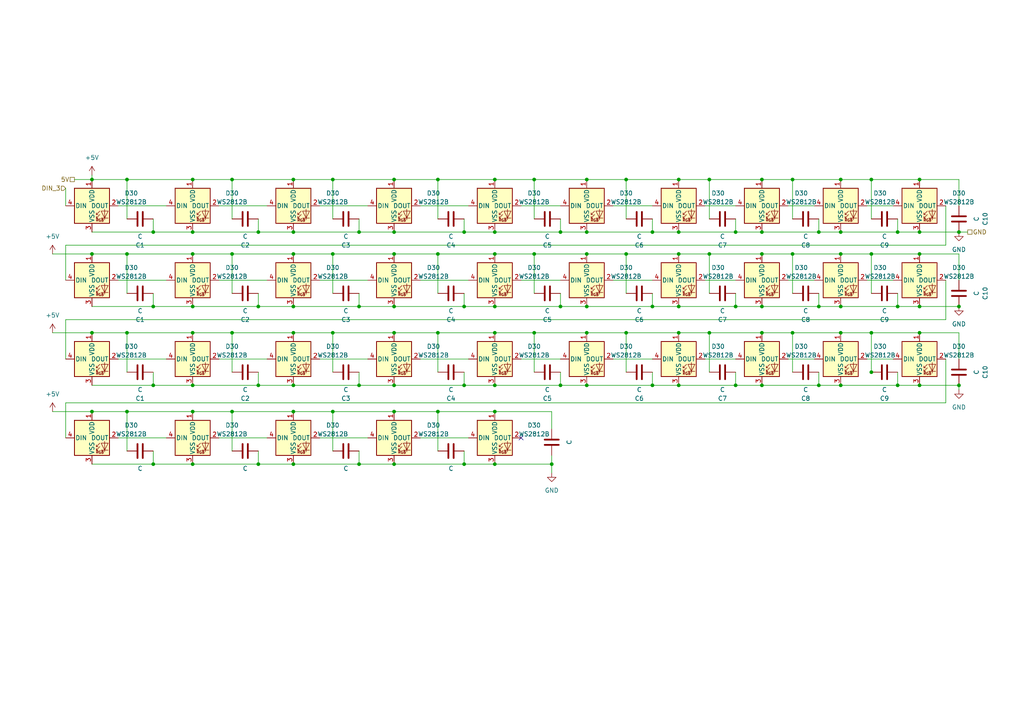
<source format=kicad_sch>
(kicad_sch (version 20230121) (generator eeschema)
  (paper "A4")
  (lib_symbols
    (symbol "Device:C" (pin_numbers hide) (pin_names (offset 0.254))
      (property "Reference" "C" (at 0.635 2.54 0))
      (property "Value" "C" (at 0.635 -2.54 0))
      (symbol "C_0_1"
        (polyline (pts (xy -2.032 -0.762) (xy 2.032 -0.762)) (stroke (width 0.508)))
        (polyline (pts (xy -2.032 0.762) (xy 2.032 0.762)) (stroke (width 0.508)))
      )
      (symbol "C_1_1"
        (pin passive line (at 0 3.81 270) (length 2.794) (name "~") (number "1"))
        (pin passive line (at 0 -3.81 90) (length 2.794) (name "~") (number "2"))
      )
    )
    (symbol "LED:WS2812B" (pin_names (offset 0.254))
      (property "Reference" "D" (at 5.08 5.715 0))
      (property "Value" "WS2812B" (at 1.27 -5.715 0))
      (symbol "WS2812B_0_0"
        (text "RGB" (at 2.286 -4.191 0) (effects (font (size 0.762 0.762))))
      )
      (symbol "WS2812B_0_1"
        (polyline (pts (xy 1.27 -3.556) (xy 1.778 -3.556)))
        (polyline (pts (xy 1.27 -2.54) (xy 1.778 -2.54)))
        (polyline (pts (xy 4.699 -3.556) (xy 2.667 -3.556)))
        (polyline (pts (xy 2.286 -2.54) (xy 1.27 -3.556) (xy 1.27 -3.048)))
        (polyline (pts (xy 2.286 -1.524) (xy 1.27 -2.54) (xy 1.27 -2.032)))
        (polyline (pts (xy 3.683 -1.016) (xy 3.683 -3.556) (xy 3.683 -4.064)))
        (polyline (pts (xy 4.699 -1.524) (xy 2.667 -1.524) (xy 3.683 -3.556) (xy 4.699 -1.524)))
        (rectangle (start 5.08 5.08) (end -5.08 -5.08) (stroke (width 0.254)) (fill (type background)))
      )
      (symbol "WS2812B_1_1"
        (pin power_in line (at 0 7.62 270) (length 2.54) (name "VDD") (number "1"))
        (pin output line (at 7.62 0 180) (length 2.54) (name "DOUT") (number "2"))
        (pin power_in line (at 0 -7.62 90) (length 2.54) (name "VSS") (number "3"))
        (pin input line (at -7.62 0 0) (length 2.54) (name "DIN") (number "4"))
      )
    )
    (symbol "power:+5V" (power) (pin_names (offset 0))
      (property "Value" "+5V" (at 0 3.556 0))
      (symbol "+5V_0_1"
        (polyline (pts (xy -0.762 1.27) (xy 0 2.54)))
        (polyline (pts (xy 0 0) (xy 0 2.54)))
        (polyline (pts (xy 0 2.54) (xy 0.762 1.27)))
      )
      (symbol "+5V_1_1"
        (pin power_in line (at 0 0 90) (length 0) hide (name "+5V") (number "1"))
      )
    )
    (symbol "power:GND" (power) (pin_names (offset 0))
      (property "Value" "GND" (at 0 -3.81 0))
      (symbol "GND_0_1"
        (polyline (pts (xy 0 0) (xy 0 -1.27) (xy 1.27 -1.27) (xy 0 -2.54) (xy -1.27 -1.27) (xy 0 -1.27)))
      )
      (symbol "GND_1_1"
        (pin power_in line (at 0 0 270) (length 0) hide (name "GND") (number "1"))
      )
    )
  )
  (junction (at 266.7 111.76))
  (junction (at 127 96.52))
  (junction (at 143.51 96.52))
  (junction (at 44.45 134.62))
  (junction (at 170.18 52.07))
  (junction (at 213.36 67.31))
  (junction (at 170.18 88.9))
  (junction (at 266.7 52.07))
  (junction (at 44.45 67.31))
  (junction (at 220.98 88.9))
  (junction (at 205.74 52.07))
  (junction (at 127 52.07))
  (junction (at 266.7 96.52))
  (junction (at 154.94 96.52))
  (junction (at 243.84 88.9))
  (junction (at 229.87 73.66))
  (junction (at 104.14 88.9))
  (junction (at 36.83 52.07))
  (junction (at 266.7 73.66))
  (junction (at 104.14 67.31))
  (junction (at 143.51 67.31))
  (junction (at 85.09 134.62))
  (junction (at 143.51 119.38))
  (junction (at 170.18 96.52))
  (junction (at 85.09 111.76))
  (junction (at 196.85 73.66))
  (junction (at 85.09 52.07))
  (junction (at 143.51 73.66))
  (junction (at 252.73 52.07))
  (junction (at 127 73.66))
  (junction (at 55.88 96.52))
  (junction (at 266.7 67.31))
  (junction (at 114.3 67.31))
  (junction (at 114.3 134.62))
  (junction (at 196.85 111.76))
  (junction (at 114.3 96.52))
  (junction (at 196.85 96.52))
  (junction (at 67.31 96.52))
  (junction (at 260.35 67.31))
  (junction (at 196.85 67.31))
  (junction (at 143.51 134.62))
  (junction (at 243.84 67.31))
  (junction (at 55.88 111.76))
  (junction (at 143.51 88.9))
  (junction (at 104.14 111.76))
  (junction (at 237.49 67.31))
  (junction (at 196.85 88.9))
  (junction (at 104.14 134.62))
  (junction (at 85.09 73.66))
  (junction (at 252.73 96.52))
  (junction (at 55.88 52.07))
  (junction (at 74.93 88.9))
  (junction (at 134.62 67.31))
  (junction (at 114.3 52.07))
  (junction (at 114.3 119.38))
  (junction (at 189.23 111.76))
  (junction (at 237.49 111.76))
  (junction (at 243.84 96.52))
  (junction (at 96.52 73.66))
  (junction (at 55.88 88.9))
  (junction (at 220.98 111.76))
  (junction (at 181.61 73.66))
  (junction (at 96.52 96.52))
  (junction (at 220.98 67.31))
  (junction (at 243.84 111.76))
  (junction (at 134.62 111.76))
  (junction (at 36.83 119.38))
  (junction (at 114.3 88.9))
  (junction (at 134.62 134.62))
  (junction (at 213.36 111.76))
  (junction (at 85.09 88.9))
  (junction (at 160.02 134.62))
  (junction (at 143.51 111.76))
  (junction (at 114.3 111.76))
  (junction (at 205.74 73.66))
  (junction (at 162.56 67.31))
  (junction (at 67.31 73.66))
  (junction (at 220.98 96.52))
  (junction (at 260.35 111.76))
  (junction (at 26.67 52.07))
  (junction (at 36.83 73.66))
  (junction (at 85.09 119.38))
  (junction (at 278.13 111.76))
  (junction (at 154.94 73.66))
  (junction (at 26.67 96.52))
  (junction (at 170.18 111.76))
  (junction (at 162.56 88.9))
  (junction (at 252.73 73.66))
  (junction (at 127 119.38))
  (junction (at 243.84 73.66))
  (junction (at 266.7 88.9))
  (junction (at 162.56 111.76))
  (junction (at 213.36 88.9))
  (junction (at 260.35 88.9))
  (junction (at 44.45 88.9))
  (junction (at 181.61 96.52))
  (junction (at 229.87 52.07))
  (junction (at 114.3 73.66))
  (junction (at 189.23 88.9))
  (junction (at 67.31 119.38))
  (junction (at 85.09 67.31))
  (junction (at 154.94 52.07))
  (junction (at 96.52 52.07))
  (junction (at 252.73 107.95))
  (junction (at 205.74 96.52))
  (junction (at 96.52 119.38))
  (junction (at 170.18 67.31))
  (junction (at 44.45 111.76))
  (junction (at 134.62 88.9))
  (junction (at 67.31 52.07))
  (junction (at 85.09 96.52))
  (junction (at 189.23 67.31))
  (junction (at 55.88 134.62))
  (junction (at 243.84 52.07))
  (junction (at 278.13 67.31))
  (junction (at 74.93 67.31))
  (junction (at 55.88 67.31))
  (junction (at 143.51 52.07))
  (junction (at 220.98 52.07))
  (junction (at 26.67 73.66))
  (junction (at 278.13 88.9))
  (junction (at 55.88 119.38))
  (junction (at 74.93 134.62))
  (junction (at 74.93 111.76))
  (junction (at 26.67 119.38))
  (junction (at 170.18 73.66))
  (junction (at 36.83 96.52))
  (junction (at 181.61 52.07))
  (junction (at 55.88 73.66))
  (junction (at 220.98 73.66))
  (junction (at 196.85 52.07))
  (junction (at 229.87 96.52))
  (junction (at 237.49 88.9))
  (no_connect (at 151.13 127))
  (wire (pts (xy 127 107.95) (xy 127 96.52)))
  (wire (pts (xy 213.36 85.09) (xy 213.36 88.9)))
  (wire (pts (xy 196.85 111.76) (xy 213.36 111.76)))
  (wire (pts (xy 36.83 107.95) (xy 36.83 96.52)))
  (wire (pts (xy 252.73 107.95) (xy 252.73 96.52)))
  (wire (pts (xy 36.83 73.66) (xy 55.88 73.66)))
  (wire (pts (xy 74.93 107.95) (xy 74.93 111.76)))
  (wire (pts (xy 96.52 73.66) (xy 96.52 85.09)))
  (wire (pts (xy 278.13 104.14) (xy 278.13 96.52)))
  (wire (pts (xy 114.3 67.31) (xy 134.62 67.31)))
  (wire (pts (xy 229.87 52.07) (xy 243.84 52.07)))
  (wire (pts (xy 252.73 73.66) (xy 266.7 73.66)))
  (wire (pts (xy 177.8 81.28) (xy 189.23 81.28)))
  (wire (pts (xy 252.73 63.5) (xy 252.73 52.07)))
  (wire (pts (xy 104.14 88.9) (xy 114.3 88.9)))
  (wire (pts (xy 162.56 85.09) (xy 162.56 88.9)))
  (wire (pts (xy 85.09 111.76) (xy 104.14 111.76)))
  (wire (pts (xy 213.36 111.76) (xy 220.98 111.76)))
  (wire (pts (xy 36.83 119.38) (xy 36.83 130.81)))
  (wire (pts (xy 36.83 119.38) (xy 55.88 119.38)))
  (wire (pts (xy 26.67 96.52) (xy 36.83 96.52)))
  (wire (pts (xy 228.6 81.28) (xy 236.22 81.28)))
  (wire (pts (xy 15.24 119.38) (xy 26.67 119.38)))
  (wire (pts (xy 266.7 88.9) (xy 278.13 88.9)))
  (wire (pts (xy 205.74 52.07) (xy 220.98 52.07)))
  (wire (pts (xy 154.94 73.66) (xy 170.18 73.66)))
  (wire (pts (xy 134.62 85.09) (xy 134.62 88.9)))
  (wire (pts (xy 15.24 96.52) (xy 26.67 96.52)))
  (wire (pts (xy 154.94 52.07) (xy 154.94 63.5)))
  (wire (pts (xy 160.02 132.08) (xy 160.02 134.62)))
  (wire (pts (xy 204.47 59.69) (xy 213.36 59.69)))
  (wire (pts (xy 74.93 63.5) (xy 74.93 67.31)))
  (wire (pts (xy 181.61 73.66) (xy 181.61 85.09)))
  (wire (pts (xy 251.46 59.69) (xy 259.08 59.69)))
  (wire (pts (xy 34.29 81.28) (xy 48.26 81.28)))
  (wire (pts (xy 96.52 119.38) (xy 96.52 130.81)))
  (wire (pts (xy 266.7 67.31) (xy 278.13 67.31)))
  (wire (pts (xy 220.98 96.52) (xy 229.87 96.52)))
  (wire (pts (xy 220.98 52.07) (xy 229.87 52.07)))
  (wire (pts (xy 114.3 119.38) (xy 127 119.38)))
  (wire (pts (xy 143.51 88.9) (xy 162.56 88.9)))
  (wire (pts (xy 44.45 63.5) (xy 44.45 67.31)))
  (wire (pts (xy 134.62 111.76) (xy 143.51 111.76)))
  (wire (pts (xy 55.88 73.66) (xy 67.31 73.66)))
  (wire (pts (xy 254 107.95) (xy 252.73 107.95)))
  (wire (pts (xy 162.56 111.76) (xy 170.18 111.76)))
  (wire (pts (xy 15.24 73.66) (xy 26.67 73.66)))
  (wire (pts (xy 92.71 81.28) (xy 106.68 81.28)))
  (wire (pts (xy 96.52 107.95) (xy 96.52 96.52)))
  (wire (pts (xy 121.92 81.28) (xy 135.89 81.28)))
  (wire (pts (xy 44.45 85.09) (xy 44.45 88.9)))
  (wire (pts (xy 229.87 52.07) (xy 229.87 63.5)))
  (wire (pts (xy 205.74 107.95) (xy 205.74 96.52)))
  (wire (pts (xy 154.94 96.52) (xy 154.94 107.95)))
  (wire (pts (xy 266.7 52.07) (xy 278.13 52.07)))
  (wire (pts (xy 26.67 111.76) (xy 44.45 111.76)))
  (wire (pts (xy 26.67 73.66) (xy 36.83 73.66)))
  (wire (pts (xy 243.84 96.52) (xy 252.73 96.52)))
  (wire (pts (xy 260.35 107.95) (xy 260.35 111.76)))
  (wire (pts (xy 96.52 73.66) (xy 114.3 73.66)))
  (wire (pts (xy 205.74 96.52) (xy 220.98 96.52)))
  (wire (pts (xy 181.61 52.07) (xy 181.61 63.5)))
  (wire (pts (xy 162.56 88.9) (xy 170.18 88.9)))
  (wire (pts (xy 114.3 73.66) (xy 127 73.66)))
  (wire (pts (xy 278.13 67.31) (xy 280.67 67.31)))
  (wire (pts (xy 177.8 104.14) (xy 189.23 104.14)))
  (wire (pts (xy 143.51 52.07) (xy 154.94 52.07)))
  (wire (pts (xy 96.52 52.07) (xy 114.3 52.07)))
  (wire (pts (xy 251.46 104.14) (xy 259.08 104.14)))
  (wire (pts (xy 85.09 52.07) (xy 96.52 52.07)))
  (wire (pts (xy 74.93 111.76) (xy 85.09 111.76)))
  (wire (pts (xy 85.09 73.66) (xy 96.52 73.66)))
  (wire (pts (xy 274.32 71.12) (xy 19.05 71.12)))
  (wire (pts (xy 85.09 134.62) (xy 104.14 134.62)))
  (wire (pts (xy 74.93 67.31) (xy 85.09 67.31)))
  (wire (pts (xy 26.67 67.31) (xy 44.45 67.31)))
  (wire (pts (xy 67.31 73.66) (xy 85.09 73.66)))
  (wire (pts (xy 189.23 85.09) (xy 189.23 88.9)))
  (wire (pts (xy 170.18 52.07) (xy 181.61 52.07)))
  (wire (pts (xy 251.46 81.28) (xy 259.08 81.28)))
  (wire (pts (xy 196.85 52.07) (xy 205.74 52.07)))
  (wire (pts (xy 243.84 67.31) (xy 260.35 67.31)))
  (wire (pts (xy 181.61 96.52) (xy 196.85 96.52)))
  (wire (pts (xy 44.45 130.81) (xy 44.45 134.62)))
  (wire (pts (xy 21.59 52.07) (xy 26.67 52.07)))
  (wire (pts (xy 67.31 119.38) (xy 85.09 119.38)))
  (wire (pts (xy 55.88 67.31) (xy 74.93 67.31)))
  (wire (pts (xy 127 119.38) (xy 143.51 119.38)))
  (wire (pts (xy 36.83 96.52) (xy 55.88 96.52)))
  (wire (pts (xy 170.18 88.9) (xy 189.23 88.9)))
  (wire (pts (xy 127 96.52) (xy 143.51 96.52)))
  (wire (pts (xy 204.47 81.28) (xy 213.36 81.28)))
  (wire (pts (xy 55.88 111.76) (xy 74.93 111.76)))
  (wire (pts (xy 127 119.38) (xy 127 130.81)))
  (wire (pts (xy 260.35 85.09) (xy 260.35 88.9)))
  (wire (pts (xy 67.31 119.38) (xy 67.31 130.81)))
  (wire (pts (xy 67.31 85.09) (xy 67.31 73.66)))
  (wire (pts (xy 26.67 88.9) (xy 44.45 88.9)))
  (wire (pts (xy 196.85 96.52) (xy 205.74 96.52)))
  (wire (pts (xy 266.7 73.66) (xy 278.13 73.66)))
  (wire (pts (xy 196.85 73.66) (xy 205.74 73.66)))
  (wire (pts (xy 154.94 73.66) (xy 154.94 85.09)))
  (wire (pts (xy 237.49 88.9) (xy 243.84 88.9)))
  (wire (pts (xy 243.84 52.07) (xy 252.73 52.07)))
  (wire (pts (xy 205.74 73.66) (xy 205.74 85.09)))
  (wire (pts (xy 252.73 52.07) (xy 266.7 52.07)))
  (wire (pts (xy 229.87 96.52) (xy 229.87 107.95)))
  (wire (pts (xy 229.87 96.52) (xy 243.84 96.52)))
  (wire (pts (xy 134.62 130.81) (xy 134.62 134.62)))
  (wire (pts (xy 127 73.66) (xy 143.51 73.66)))
  (wire (pts (xy 85.09 96.52) (xy 96.52 96.52)))
  (wire (pts (xy 252.73 96.52) (xy 266.7 96.52)))
  (wire (pts (xy 63.5 127) (xy 77.47 127)))
  (wire (pts (xy 134.62 67.31) (xy 143.51 67.31)))
  (wire (pts (xy 243.84 111.76) (xy 260.35 111.76)))
  (wire (pts (xy 44.45 67.31) (xy 55.88 67.31)))
  (wire (pts (xy 34.29 104.14) (xy 48.26 104.14)))
  (wire (pts (xy 114.3 96.52) (xy 127 96.52)))
  (wire (pts (xy 274.32 92.71) (xy 19.05 92.71)))
  (wire (pts (xy 134.62 88.9) (xy 143.51 88.9)))
  (wire (pts (xy 228.6 59.69) (xy 236.22 59.69)))
  (wire (pts (xy 134.62 134.62) (xy 143.51 134.62)))
  (wire (pts (xy 189.23 63.5) (xy 189.23 67.31)))
  (wire (pts (xy 220.98 73.66) (xy 229.87 73.66)))
  (wire (pts (xy 34.29 59.69) (xy 48.26 59.69)))
  (wire (pts (xy 63.5 59.69) (xy 77.47 59.69)))
  (wire (pts (xy 260.35 63.5) (xy 260.35 67.31)))
  (wire (pts (xy 220.98 67.31) (xy 237.49 67.31)))
  (wire (pts (xy 151.13 59.69) (xy 162.56 59.69)))
  (wire (pts (xy 114.3 88.9) (xy 134.62 88.9)))
  (wire (pts (xy 44.45 107.95) (xy 44.45 111.76)))
  (wire (pts (xy 67.31 96.52) (xy 67.31 107.95)))
  (wire (pts (xy 213.36 88.9) (xy 220.98 88.9)))
  (wire (pts (xy 143.51 119.38) (xy 160.02 119.38)))
  (wire (pts (xy 127 73.66) (xy 127 85.09)))
  (wire (pts (xy 104.14 85.09) (xy 104.14 88.9)))
  (wire (pts (xy 104.14 130.81) (xy 104.14 134.62)))
  (wire (pts (xy 213.36 107.95) (xy 213.36 111.76)))
  (wire (pts (xy 143.51 111.76) (xy 162.56 111.76)))
  (wire (pts (xy 189.23 67.31) (xy 196.85 67.31)))
  (wire (pts (xy 181.61 73.66) (xy 196.85 73.66)))
  (wire (pts (xy 274.32 59.69) (xy 274.32 71.12)))
  (wire (pts (xy 92.71 127) (xy 106.68 127)))
  (wire (pts (xy 55.88 88.9) (xy 74.93 88.9)))
  (wire (pts (xy 237.49 63.5) (xy 237.49 67.31)))
  (wire (pts (xy 67.31 63.5) (xy 67.31 52.07)))
  (wire (pts (xy 220.98 111.76) (xy 237.49 111.76)))
  (wire (pts (xy 143.51 73.66) (xy 154.94 73.66)))
  (wire (pts (xy 274.32 116.84) (xy 19.05 116.84)))
  (wire (pts (xy 114.3 134.62) (xy 134.62 134.62)))
  (wire (pts (xy 26.67 50.8) (xy 26.67 52.07)))
  (wire (pts (xy 55.88 52.07) (xy 67.31 52.07)))
  (wire (pts (xy 19.05 116.84) (xy 19.05 127)))
  (wire (pts (xy 114.3 52.07) (xy 127 52.07)))
  (wire (pts (xy 260.35 88.9) (xy 266.7 88.9)))
  (wire (pts (xy 274.32 104.14) (xy 274.32 116.84)))
  (wire (pts (xy 243.84 73.66) (xy 252.73 73.66)))
  (wire (pts (xy 278.13 52.07) (xy 278.13 59.69)))
  (wire (pts (xy 162.56 67.31) (xy 170.18 67.31)))
  (wire (pts (xy 96.52 63.5) (xy 96.52 52.07)))
  (wire (pts (xy 19.05 54.61) (xy 19.05 59.69)))
  (wire (pts (xy 266.7 111.76) (xy 278.13 111.76)))
  (wire (pts (xy 104.14 134.62) (xy 114.3 134.62)))
  (wire (pts (xy 260.35 111.76) (xy 266.7 111.76)))
  (wire (pts (xy 278.13 81.28) (xy 278.13 73.66)))
  (wire (pts (xy 181.61 107.95) (xy 181.61 96.52)))
  (wire (pts (xy 189.23 111.76) (xy 196.85 111.76)))
  (wire (pts (xy 252.73 73.66) (xy 252.73 85.09)))
  (wire (pts (xy 34.29 127) (xy 48.26 127)))
  (wire (pts (xy 154.94 52.07) (xy 170.18 52.07)))
  (wire (pts (xy 229.87 73.66) (xy 229.87 85.09)))
  (wire (pts (xy 74.93 85.09) (xy 74.93 88.9)))
  (wire (pts (xy 189.23 88.9) (xy 196.85 88.9)))
  (wire (pts (xy 205.74 52.07) (xy 205.74 63.5)))
  (wire (pts (xy 266.7 96.52) (xy 278.13 96.52)))
  (wire (pts (xy 196.85 88.9) (xy 213.36 88.9)))
  (wire (pts (xy 151.13 104.14) (xy 162.56 104.14)))
  (wire (pts (xy 55.88 96.52) (xy 67.31 96.52)))
  (wire (pts (xy 19.05 71.12) (xy 19.05 81.28)))
  (wire (pts (xy 204.47 104.14) (xy 213.36 104.14)))
  (wire (pts (xy 170.18 67.31) (xy 189.23 67.31)))
  (wire (pts (xy 36.83 73.66) (xy 36.83 85.09)))
  (wire (pts (xy 63.5 104.14) (xy 77.47 104.14)))
  (wire (pts (xy 74.93 88.9) (xy 85.09 88.9)))
  (wire (pts (xy 162.56 107.95) (xy 162.56 111.76)))
  (wire (pts (xy 55.88 119.38) (xy 67.31 119.38)))
  (wire (pts (xy 170.18 111.76) (xy 189.23 111.76)))
  (wire (pts (xy 74.93 134.62) (xy 85.09 134.62)))
  (wire (pts (xy 63.5 81.28) (xy 77.47 81.28)))
  (wire (pts (xy 260.35 67.31) (xy 266.7 67.31)))
  (wire (pts (xy 143.51 96.52) (xy 154.94 96.52)))
  (wire (pts (xy 104.14 67.31) (xy 114.3 67.31)))
  (wire (pts (xy 205.74 73.66) (xy 220.98 73.66)))
  (wire (pts (xy 26.67 134.62) (xy 44.45 134.62)))
  (wire (pts (xy 104.14 107.95) (xy 104.14 111.76)))
  (wire (pts (xy 189.23 107.95) (xy 189.23 111.76)))
  (wire (pts (xy 85.09 67.31) (xy 104.14 67.31)))
  (wire (pts (xy 177.8 59.69) (xy 189.23 59.69)))
  (wire (pts (xy 92.71 104.14) (xy 106.68 104.14)))
  (wire (pts (xy 170.18 73.66) (xy 181.61 73.66)))
  (wire (pts (xy 44.45 111.76) (xy 55.88 111.76)))
  (wire (pts (xy 96.52 96.52) (xy 114.3 96.52)))
  (wire (pts (xy 213.36 67.31) (xy 220.98 67.31)))
  (wire (pts (xy 96.52 119.38) (xy 114.3 119.38)))
  (wire (pts (xy 134.62 63.5) (xy 134.62 67.31)))
  (wire (pts (xy 36.83 63.5) (xy 36.83 52.07)))
  (wire (pts (xy 243.84 88.9) (xy 260.35 88.9)))
  (wire (pts (xy 228.6 104.14) (xy 236.22 104.14)))
  (wire (pts (xy 237.49 111.76) (xy 243.84 111.76)))
  (wire (pts (xy 160.02 124.46) (xy 160.02 119.38)))
  (wire (pts (xy 170.18 96.52) (xy 181.61 96.52)))
  (wire (pts (xy 67.31 52.07) (xy 85.09 52.07)))
  (wire (pts (xy 160.02 134.62) (xy 143.51 134.62)))
  (wire (pts (xy 134.62 107.95) (xy 134.62 111.76)))
  (wire (pts (xy 213.36 63.5) (xy 213.36 67.31)))
  (wire (pts (xy 104.14 111.76) (xy 114.3 111.76)))
  (wire (pts (xy 237.49 67.31) (xy 243.84 67.31)))
  (wire (pts (xy 143.51 67.31) (xy 162.56 67.31)))
  (wire (pts (xy 26.67 52.07) (xy 36.83 52.07)))
  (wire (pts (xy 36.83 52.07) (xy 55.88 52.07)))
  (wire (pts (xy 26.67 119.38) (xy 36.83 119.38)))
  (wire (pts (xy 237.49 107.95) (xy 237.49 111.76)))
  (wire (pts (xy 127 63.5) (xy 127 52.07)))
  (wire (pts (xy 196.85 67.31) (xy 213.36 67.31)))
  (wire (pts (xy 127 52.07) (xy 143.51 52.07)))
  (wire (pts (xy 85.09 119.38) (xy 96.52 119.38)))
  (wire (pts (xy 92.71 59.69) (xy 106.68 59.69)))
  (wire (pts (xy 220.98 88.9) (xy 237.49 88.9)))
  (wire (pts (xy 162.56 63.5) (xy 162.56 67.31)))
  (wire (pts (xy 67.31 96.52) (xy 85.09 96.52)))
  (wire (pts (xy 85.09 88.9) (xy 104.14 88.9)))
  (wire (pts (xy 121.92 104.14) (xy 135.89 104.14)))
  (wire (pts (xy 278.13 113.03) (xy 278.13 111.76)))
  (wire (pts (xy 151.13 81.28) (xy 162.56 81.28)))
  (wire (pts (xy 44.45 88.9) (xy 55.88 88.9)))
  (wire (pts (xy 229.87 73.66) (xy 243.84 73.66)))
  (wire (pts (xy 274.32 81.28) (xy 274.32 92.71)))
  (wire (pts (xy 121.92 59.69) (xy 135.89 59.69)))
  (wire (pts (xy 55.88 134.62) (xy 74.93 134.62)))
  (wire (pts (xy 160.02 134.62) (xy 160.02 137.16)))
  (wire (pts (xy 104.14 63.5) (xy 104.14 67.31)))
  (wire (pts (xy 19.05 92.71) (xy 19.05 104.14)))
  (wire (pts (xy 44.45 134.62) (xy 55.88 134.62)))
  (wire (pts (xy 154.94 96.52) (xy 170.18 96.52)))
  (wire (pts (xy 121.92 127) (xy 135.89 127)))
  (wire (pts (xy 114.3 111.76) (xy 134.62 111.76)))
  (wire (pts (xy 237.49 85.09) (xy 237.49 88.9)))
  (wire (pts (xy 181.61 52.07) (xy 196.85 52.07)))
  (wire (pts (xy 74.93 130.81) (xy 74.93 134.62)))
  (hierarchical_label "DIN_3" (shape input) (at 19.05 54.61 180))
  (hierarchical_label "GND" (shape passive) (at 280.67 67.31 0))
  (hierarchical_label "5V" (shape passive) (at 21.59 52.07 180))
  (symbol (lib_id "LED:WS2812B") (at 85.09 59.69 0) (unit 1)
    (property "Reference" "D30" (at 96.52 56.0421 0))
    (property "Value" "WS2812B" (at 96.52 58.5821 0))
    (property "Footprint" "LED_SMD:LED_WS2812B_PLCC4_5.0x5.0mm_P3.2mm" (effects hide))
    (property "Datasheet" "https://cdn-shop.adafruit.com/datasheets/WS2812B.pdf" (effects hide))
    (instances (project "DevBoard" (path "" (reference "D30") (unit 1)) (path "" (reference "D63") (unit 1)) (path "" (reference "D133") (unit 1)) (path "" (reference "D143") (unit 1))))
  )
  (symbol (lib_id "power:+5V") (at 26.67 50.8 0) (unit 1)
    (property "Reference" "#PWR03" (effects hide))
    (property "Value" "+5V" (at 26.67 45.72 0))
    (instances (project "DevBoard" (path "" (reference "#PWR03") (unit 1)) (path "" (reference "#PWR033") (unit 1))))
  )
  (symbol (lib_id "Device:C") (at 40.64 85.09 90) (mirror x) (unit 1)
    (property "Reference" "C1" (at 40.64 92.71 90))
    (property "Value" "C" (at 40.64 90.17 90))
    (property "Footprint" "Capacitor_SMD:C_0201_0603Metric_Pad0.64x0.40mm_HandSolder" (effects hide))
    (instances (project "DevBoard" (path "" (reference "C1") (unit 1)) (path "" (reference "C151") (unit 1))))
  )
  (symbol (lib_id "power:+5V") (at 15.24 96.52 0) (unit 1)
    (property "Reference" "#PWR03" (effects hide))
    (property "Value" "+5V" (at 15.24 91.44 0))
    (instances (project "DevBoard" (path "" (reference "#PWR03") (unit 1)) (path "" (reference "#PWR035") (unit 1))))
  )
  (symbol (lib_id "LED:WS2812B") (at 55.88 59.69 0) (unit 1)
    (property "Reference" "D30" (at 67.31 56.0421 0))
    (property "Value" "WS2812B" (at 67.31 58.5821 0))
    (property "Footprint" "LED_SMD:LED_WS2812B_PLCC4_5.0x5.0mm_P3.2mm" (effects hide))
    (property "Datasheet" "https://cdn-shop.adafruit.com/datasheets/WS2812B.pdf" (effects hide))
    (instances (project "DevBoard" (path "" (reference "D30") (unit 1)) (path "" (reference "D62") (unit 1)) (path "" (reference "D132") (unit 1)) (path "" (reference "D142") (unit 1))))
  )
  (symbol (lib_id "LED:WS2812B") (at 26.67 127 0) (unit 1)
    (property "Reference" "D30" (at 38.1 123.3521 0))
    (property "Value" "WS2812B" (at 38.1 125.8921 0))
    (property "Footprint" "LED_SMD:LED_WS2812B_PLCC4_5.0x5.0mm_P3.2mm" (effects hide))
    (property "Datasheet" "https://cdn-shop.adafruit.com/datasheets/WS2812B.pdf" (effects hide))
    (instances (project "DevBoard" (path "" (reference "D30") (unit 1)) (path "" (reference "D61") (unit 1)) (path "" (reference "D131") (unit 1)) (path "" (reference "D171") (unit 1))))
  )
  (symbol (lib_id "LED:WS2812B") (at 114.3 127 0) (unit 1)
    (property "Reference" "D30" (at 125.73 123.3521 0))
    (property "Value" "WS2812B" (at 125.73 125.8921 0))
    (property "Footprint" "LED_SMD:LED_WS2812B_PLCC4_5.0x5.0mm_P3.2mm" (effects hide))
    (property "Datasheet" "https://cdn-shop.adafruit.com/datasheets/WS2812B.pdf" (effects hide))
    (instances (project "DevBoard" (path "" (reference "D30") (unit 1)) (path "" (reference "D64") (unit 1)) (path "" (reference "D134") (unit 1)) (path "" (reference "D174") (unit 1))))
  )
  (symbol (lib_id "LED:WS2812B") (at 85.09 127 0) (unit 1)
    (property "Reference" "D30" (at 96.52 123.3521 0))
    (property "Value" "WS2812B" (at 96.52 125.8921 0))
    (property "Footprint" "LED_SMD:LED_WS2812B_PLCC4_5.0x5.0mm_P3.2mm" (effects hide))
    (property "Datasheet" "https://cdn-shop.adafruit.com/datasheets/WS2812B.pdf" (effects hide))
    (instances (project "DevBoard" (path "" (reference "D30") (unit 1)) (path "" (reference "D63") (unit 1)) (path "" (reference "D133") (unit 1)) (path "" (reference "D173") (unit 1))))
  )
  (symbol (lib_id "LED:WS2812B") (at 196.85 81.28 0) (unit 1)
    (property "Reference" "D30" (at 208.28 77.6321 0))
    (property "Value" "WS2812B" (at 208.28 80.1721 0))
    (property "Footprint" "LED_SMD:LED_WS2812B_PLCC4_5.0x5.0mm_P3.2mm" (effects hide))
    (property "Datasheet" "https://cdn-shop.adafruit.com/datasheets/WS2812B.pdf" (effects hide))
    (instances (project "DevBoard" (path "" (reference "D30") (unit 1)) (path "" (reference "D67") (unit 1)) (path "" (reference "D137") (unit 1)) (path "" (reference "D157") (unit 1))))
  )
  (symbol (lib_id "power:+5V") (at 15.24 73.66 0) (unit 1)
    (property "Reference" "#PWR03" (effects hide))
    (property "Value" "+5V" (at 15.24 68.58 0))
    (instances (project "DevBoard" (path "" (reference "#PWR03") (unit 1)) (path "" (reference "#PWR034") (unit 1))))
  )
  (symbol (lib_id "LED:WS2812B") (at 143.51 104.14 0) (unit 1)
    (property "Reference" "D30" (at 154.94 100.4921 0))
    (property "Value" "WS2812B" (at 154.94 103.0321 0))
    (property "Footprint" "LED_SMD:LED_WS2812B_PLCC4_5.0x5.0mm_P3.2mm" (effects hide))
    (property "Datasheet" "https://cdn-shop.adafruit.com/datasheets/WS2812B.pdf" (effects hide))
    (instances (project "DevBoard" (path "" (reference "D30") (unit 1)) (path "" (reference "D65") (unit 1)) (path "" (reference "D135") (unit 1)) (path "" (reference "D165") (unit 1))))
  )
  (symbol (lib_id "LED:WS2812B") (at 220.98 59.69 0) (unit 1)
    (property "Reference" "D30" (at 232.41 56.0421 0))
    (property "Value" "WS2812B" (at 232.41 58.5821 0))
    (property "Footprint" "LED_SMD:LED_WS2812B_PLCC4_5.0x5.0mm_P3.2mm" (effects hide))
    (property "Datasheet" "https://cdn-shop.adafruit.com/datasheets/WS2812B.pdf" (effects hide))
    (instances (project "DevBoard" (path "" (reference "D30") (unit 1)) (path "" (reference "D68") (unit 1)) (path "" (reference "D138") (unit 1)) (path "" (reference "D148") (unit 1))))
  )
  (symbol (lib_id "Device:C") (at 130.81 107.95 90) (mirror x) (unit 1)
    (property "Reference" "C4" (at 130.81 115.57 90))
    (property "Value" "C" (at 130.81 113.03 90))
    (property "Footprint" "Capacitor_SMD:C_0201_0603Metric_Pad0.64x0.40mm_HandSolder" (effects hide))
    (instances (project "DevBoard" (path "" (reference "C4") (unit 1)) (path "" (reference "C164") (unit 1))))
  )
  (symbol (lib_id "Device:C") (at 278.13 63.5 0) (mirror x) (unit 1)
    (property "Reference" "C10" (at 285.75 63.5 90))
    (property "Value" "C" (at 283.21 63.5 90))
    (property "Footprint" "Capacitor_SMD:C_0201_0603Metric_Pad0.64x0.40mm_HandSolder" (effects hide))
    (instances (project "DevBoard" (path "" (reference "C10") (unit 1)) (path "" (reference "C150") (unit 1))))
  )
  (symbol (lib_id "Device:C") (at 233.68 85.09 90) (mirror x) (unit 1)
    (property "Reference" "C8" (at 233.68 92.71 90))
    (property "Value" "C" (at 233.68 90.17 90))
    (property "Footprint" "Capacitor_SMD:C_0201_0603Metric_Pad0.64x0.40mm_HandSolder" (effects hide))
    (instances (project "DevBoard" (path "" (reference "C8") (unit 1)) (path "" (reference "C158") (unit 1))))
  )
  (symbol (lib_id "Device:C") (at 158.75 63.5 270) (unit 1)
    (property "Reference" "C5" (at 158.75 71.12 90))
    (property "Value" "C" (at 158.75 68.58 90))
    (property "Footprint" "Capacitor_SMD:C_0201_0603Metric_Pad0.64x0.40mm_HandSolder" (effects hide))
    (instances (project "DevBoard" (path "" (reference "C5") (unit 1)) (path "" (reference "C145") (unit 1))))
  )
  (symbol (lib_id "LED:WS2812B") (at 243.84 81.28 0) (unit 1)
    (property "Reference" "D30" (at 255.27 77.6321 0))
    (property "Value" "WS2812B" (at 255.27 80.1721 0))
    (property "Footprint" "LED_SMD:LED_WS2812B_PLCC4_5.0x5.0mm_P3.2mm" (effects hide))
    (property "Datasheet" "https://cdn-shop.adafruit.com/datasheets/WS2812B.pdf" (effects hide))
    (instances (project "DevBoard" (path "" (reference "D30") (unit 1)) (path "" (reference "D69") (unit 1)) (path "" (reference "D139") (unit 1)) (path "" (reference "D159") (unit 1))))
  )
  (symbol (lib_id "LED:WS2812B") (at 170.18 81.28 0) (unit 1)
    (property "Reference" "D30" (at 181.61 77.6321 0))
    (property "Value" "WS2812B" (at 181.61 80.1721 0))
    (property "Footprint" "LED_SMD:LED_WS2812B_PLCC4_5.0x5.0mm_P3.2mm" (effects hide))
    (property "Datasheet" "https://cdn-shop.adafruit.com/datasheets/WS2812B.pdf" (effects hide))
    (instances (project "DevBoard" (path "" (reference "D30") (unit 1)) (path "" (reference "D66") (unit 1)) (path "" (reference "D136") (unit 1)) (path "" (reference "D156") (unit 1))))
  )
  (symbol (lib_id "LED:WS2812B") (at 243.84 104.14 0) (unit 1)
    (property "Reference" "D30" (at 255.27 100.4921 0))
    (property "Value" "WS2812B" (at 255.27 103.0321 0))
    (property "Footprint" "LED_SMD:LED_WS2812B_PLCC4_5.0x5.0mm_P3.2mm" (effects hide))
    (property "Datasheet" "https://cdn-shop.adafruit.com/datasheets/WS2812B.pdf" (effects hide))
    (instances (project "DevBoard" (path "" (reference "D30") (unit 1)) (path "" (reference "D69") (unit 1)) (path "" (reference "D139") (unit 1)) (path "" (reference "D169") (unit 1))))
  )
  (symbol (lib_id "LED:WS2812B") (at 85.09 81.28 0) (unit 1)
    (property "Reference" "D30" (at 96.52 77.6321 0))
    (property "Value" "WS2812B" (at 96.52 80.1721 0))
    (property "Footprint" "LED_SMD:LED_WS2812B_PLCC4_5.0x5.0mm_P3.2mm" (effects hide))
    (property "Datasheet" "https://cdn-shop.adafruit.com/datasheets/WS2812B.pdf" (effects hide))
    (instances (project "DevBoard" (path "" (reference "D30") (unit 1)) (path "" (reference "D63") (unit 1)) (path "" (reference "D133") (unit 1)) (path "" (reference "D153") (unit 1))))
  )
  (symbol (lib_id "Device:C") (at 71.12 107.95 90) (mirror x) (unit 1)
    (property "Reference" "C2" (at 71.12 115.57 90))
    (property "Value" "C" (at 71.12 113.03 90))
    (property "Footprint" "Capacitor_SMD:C_0201_0603Metric_Pad0.64x0.40mm_HandSolder" (effects hide))
    (instances (project "DevBoard" (path "" (reference "C2") (unit 1)) (path "" (reference "C162") (unit 1))))
  )
  (symbol (lib_id "LED:WS2812B") (at 266.7 104.14 0) (unit 1)
    (property "Reference" "D30" (at 278.13 100.4921 0))
    (property "Value" "WS2812B" (at 278.13 103.0321 0))
    (property "Footprint" "LED_SMD:LED_WS2812B_PLCC4_5.0x5.0mm_P3.2mm" (effects hide))
    (property "Datasheet" "https://cdn-shop.adafruit.com/datasheets/WS2812B.pdf" (effects hide))
    (instances (project "DevBoard" (path "" (reference "D30") (unit 1)) (path "" (reference "D70") (unit 1)) (path "" (reference "D140") (unit 1)) (path "" (reference "D170") (unit 1))))
  )
  (symbol (lib_id "Device:C") (at 158.75 107.95 270) (unit 1)
    (property "Reference" "C5" (at 158.75 115.57 90))
    (property "Value" "C" (at 158.75 113.03 90))
    (property "Footprint" "Capacitor_SMD:C_0201_0603Metric_Pad0.64x0.40mm_HandSolder" (effects hide))
    (instances (project "DevBoard" (path "" (reference "C5") (unit 1)) (path "" (reference "C165") (unit 1))))
  )
  (symbol (lib_id "LED:WS2812B") (at 55.88 81.28 0) (unit 1)
    (property "Reference" "D30" (at 67.31 77.6321 0))
    (property "Value" "WS2812B" (at 67.31 80.1721 0))
    (property "Footprint" "LED_SMD:LED_WS2812B_PLCC4_5.0x5.0mm_P3.2mm" (effects hide))
    (property "Datasheet" "https://cdn-shop.adafruit.com/datasheets/WS2812B.pdf" (effects hide))
    (instances (project "DevBoard" (path "" (reference "D30") (unit 1)) (path "" (reference "D62") (unit 1)) (path "" (reference "D132") (unit 1)) (path "" (reference "D152") (unit 1))))
  )
  (symbol (lib_id "Device:C") (at 278.13 107.95 0) (mirror x) (unit 1)
    (property "Reference" "C10" (at 285.75 107.95 90))
    (property "Value" "C" (at 283.21 107.95 90))
    (property "Footprint" "Capacitor_SMD:C_0201_0603Metric_Pad0.64x0.40mm_HandSolder" (effects hide))
    (instances (project "DevBoard" (path "" (reference "C10") (unit 1)) (path "" (reference "C170") (unit 1))))
  )
  (symbol (lib_id "power:GND") (at 278.13 67.31 0) (unit 1)
    (property "Reference" "#PWR013" (effects hide))
    (property "Value" "GND" (at 278.13 72.39 0))
  )
  (symbol (lib_id "LED:WS2812B") (at 55.88 127 0) (unit 1)
    (property "Reference" "D30" (at 67.31 123.3521 0))
    (property "Value" "WS2812B" (at 67.31 125.8921 0))
    (property "Footprint" "LED_SMD:LED_WS2812B_PLCC4_5.0x5.0mm_P3.2mm" (effects hide))
    (property "Datasheet" "https://cdn-shop.adafruit.com/datasheets/WS2812B.pdf" (effects hide))
    (instances (project "DevBoard" (path "" (reference "D30") (unit 1)) (path "" (reference "D62") (unit 1)) (path "" (reference "D132") (unit 1)) (path "" (reference "D172") (unit 1))))
  )
  (symbol (lib_id "LED:WS2812B") (at 26.67 81.28 0) (unit 1)
    (property "Reference" "D30" (at 38.1 77.6321 0))
    (property "Value" "WS2812B" (at 38.1 80.1721 0))
    (property "Footprint" "LED_SMD:LED_WS2812B_PLCC4_5.0x5.0mm_P3.2mm" (effects hide))
    (property "Datasheet" "https://cdn-shop.adafruit.com/datasheets/WS2812B.pdf" (effects hide))
    (instances (project "DevBoard" (path "" (reference "D30") (unit 1)) (path "" (reference "D61") (unit 1)) (path "" (reference "D131") (unit 1)) (path "" (reference "D151") (unit 1))))
  )
  (symbol (lib_id "LED:WS2812B") (at 143.51 81.28 0) (unit 1)
    (property "Reference" "D30" (at 154.94 77.6321 0))
    (property "Value" "WS2812B" (at 154.94 80.1721 0))
    (property "Footprint" "LED_SMD:LED_WS2812B_PLCC4_5.0x5.0mm_P3.2mm" (effects hide))
    (property "Datasheet" "https://cdn-shop.adafruit.com/datasheets/WS2812B.pdf" (effects hide))
    (instances (project "DevBoard" (path "" (reference "D30") (unit 1)) (path "" (reference "D65") (unit 1)) (path "" (reference "D135") (unit 1)) (path "" (reference "D155") (unit 1))))
  )
  (symbol (lib_id "LED:WS2812B") (at 220.98 104.14 0) (unit 1)
    (property "Reference" "D30" (at 232.41 100.4921 0))
    (property "Value" "WS2812B" (at 232.41 103.0321 0))
    (property "Footprint" "LED_SMD:LED_WS2812B_PLCC4_5.0x5.0mm_P3.2mm" (effects hide))
    (property "Datasheet" "https://cdn-shop.adafruit.com/datasheets/WS2812B.pdf" (effects hide))
    (instances (project "DevBoard" (path "" (reference "D30") (unit 1)) (path "" (reference "D68") (unit 1)) (path "" (reference "D138") (unit 1)) (path "" (reference "D168") (unit 1))))
  )
  (symbol (lib_id "LED:WS2812B") (at 266.7 81.28 0) (unit 1)
    (property "Reference" "D30" (at 278.13 77.6321 0))
    (property "Value" "WS2812B" (at 278.13 80.1721 0))
    (property "Footprint" "LED_SMD:LED_WS2812B_PLCC4_5.0x5.0mm_P3.2mm" (effects hide))
    (property "Datasheet" "https://cdn-shop.adafruit.com/datasheets/WS2812B.pdf" (effects hide))
    (instances (project "DevBoard" (path "" (reference "D30") (unit 1)) (path "" (reference "D70") (unit 1)) (path "" (reference "D140") (unit 1)) (path "" (reference "D160") (unit 1))))
  )
  (symbol (lib_id "LED:WS2812B") (at 266.7 59.69 0) (unit 1)
    (property "Reference" "D30" (at 278.13 56.0421 0))
    (property "Value" "WS2812B" (at 278.13 58.5821 0))
    (property "Footprint" "LED_SMD:LED_WS2812B_PLCC4_5.0x5.0mm_P3.2mm" (effects hide))
    (property "Datasheet" "https://cdn-shop.adafruit.com/datasheets/WS2812B.pdf" (effects hide))
    (instances (project "DevBoard" (path "" (reference "D30") (unit 1)) (path "" (reference "D70") (unit 1)) (path "" (reference "D140") (unit 1)) (path "" (reference "D150") (unit 1))))
  )
  (symbol (lib_id "LED:WS2812B") (at 196.85 59.69 0) (unit 1)
    (property "Reference" "D30" (at 208.28 56.0421 0))
    (property "Value" "WS2812B" (at 208.28 58.5821 0))
    (property "Footprint" "LED_SMD:LED_WS2812B_PLCC4_5.0x5.0mm_P3.2mm" (effects hide))
    (property "Datasheet" "https://cdn-shop.adafruit.com/datasheets/WS2812B.pdf" (effects hide))
    (instances (project "DevBoard" (path "" (reference "D30") (unit 1)) (path "" (reference "D67") (unit 1)) (path "" (reference "D137") (unit 1)) (path "" (reference "D147") (unit 1))))
  )
  (symbol (lib_id "power:GND") (at 278.13 113.03 0) (unit 1)
    (property "Reference" "#PWR015" (effects hide))
    (property "Value" "GND" (at 278.13 118.11 0))
  )
  (symbol (lib_id "LED:WS2812B") (at 26.67 104.14 0) (unit 1)
    (property "Reference" "D30" (at 38.1 100.4921 0))
    (property "Value" "WS2812B" (at 38.1 103.0321 0))
    (property "Footprint" "LED_SMD:LED_WS2812B_PLCC4_5.0x5.0mm_P3.2mm" (effects hide))
    (property "Datasheet" "https://cdn-shop.adafruit.com/datasheets/WS2812B.pdf" (effects hide))
    (instances (project "DevBoard" (path "" (reference "D30") (unit 1)) (path "" (reference "D61") (unit 1)) (path "" (reference "D131") (unit 1)) (path "" (reference "D161") (unit 1))))
  )
  (symbol (lib_id "LED:WS2812B") (at 85.09 104.14 0) (unit 1)
    (property "Reference" "D30" (at 96.52 100.4921 0))
    (property "Value" "WS2812B" (at 96.52 103.0321 0))
    (property "Footprint" "LED_SMD:LED_WS2812B_PLCC4_5.0x5.0mm_P3.2mm" (effects hide))
    (property "Datasheet" "https://cdn-shop.adafruit.com/datasheets/WS2812B.pdf" (effects hide))
    (instances (project "DevBoard" (path "" (reference "D30") (unit 1)) (path "" (reference "D63") (unit 1)) (path "" (reference "D133") (unit 1)) (path "" (reference "D163") (unit 1))))
  )
  (symbol (lib_id "LED:WS2812B") (at 143.51 59.69 0) (unit 1)
    (property "Reference" "D30" (at 154.94 56.0421 0))
    (property "Value" "WS2812B" (at 154.94 58.5821 0))
    (property "Footprint" "LED_SMD:LED_WS2812B_PLCC4_5.0x5.0mm_P3.2mm" (effects hide))
    (property "Datasheet" "https://cdn-shop.adafruit.com/datasheets/WS2812B.pdf" (effects hide))
    (instances (project "DevBoard" (path "" (reference "D30") (unit 1)) (path "" (reference "D65") (unit 1)) (path "" (reference "D135") (unit 1)) (path "" (reference "D145") (unit 1))))
  )
  (symbol (lib_id "LED:WS2812B") (at 220.98 81.28 0) (unit 1)
    (property "Reference" "D30" (at 232.41 77.6321 0))
    (property "Value" "WS2812B" (at 232.41 80.1721 0))
    (property "Footprint" "LED_SMD:LED_WS2812B_PLCC4_5.0x5.0mm_P3.2mm" (effects hide))
    (property "Datasheet" "https://cdn-shop.adafruit.com/datasheets/WS2812B.pdf" (effects hide))
    (instances (project "DevBoard" (path "" (reference "D30") (unit 1)) (path "" (reference "D68") (unit 1)) (path "" (reference "D138") (unit 1)) (path "" (reference "D158") (unit 1))))
  )
  (symbol (lib_id "power:+5V") (at 15.24 119.38 0) (unit 1)
    (property "Reference" "#PWR03" (effects hide))
    (property "Value" "+5V" (at 15.24 114.3 0))
    (instances (project "DevBoard" (path "" (reference "#PWR03") (unit 1)) (path "" (reference "#PWR036") (unit 1))))
  )
  (symbol (lib_id "Device:C") (at 233.68 107.95 90) (mirror x) (unit 1)
    (property "Reference" "C8" (at 233.68 115.57 90))
    (property "Value" "C" (at 233.68 113.03 90))
    (property "Footprint" "Capacitor_SMD:C_0201_0603Metric_Pad0.64x0.40mm_HandSolder" (effects hide))
    (instances (project "DevBoard" (path "" (reference "C8") (unit 1)) (path "" (reference "C168") (unit 1))))
  )
  (symbol (lib_id "power:GND") (at 160.02 137.16 0) (unit 1)
    (property "Reference" "#PWR01" (effects hide))
    (property "Value" "GND" (at 160.02 142.24 0))
  )
  (symbol (lib_id "Device:C") (at 256.54 85.09 90) (mirror x) (unit 1)
    (property "Reference" "C9" (at 256.54 92.71 90))
    (property "Value" "C" (at 256.54 90.17 90))
    (property "Footprint" "Capacitor_SMD:C_0201_0603Metric_Pad0.64x0.40mm_HandSolder" (effects hide))
    (instances (project "DevBoard" (path "" (reference "C9") (unit 1)) (path "" (reference "C159") (unit 1))))
  )
  (symbol (lib_id "Device:C") (at 100.33 63.5 90) (mirror x) (unit 1)
    (property "Reference" "C3" (at 100.33 71.12 90))
    (property "Value" "C" (at 100.33 68.58 90))
    (property "Footprint" "Capacitor_SMD:C_0201_0603Metric_Pad0.64x0.40mm_HandSolder" (effects hide))
    (instances (project "DevBoard" (path "" (reference "C3") (unit 1)) (path "" (reference "C143") (unit 1))))
  )
  (symbol (lib_id "Device:C") (at 278.13 85.09 0) (mirror x) (unit 1)
    (property "Reference" "C10" (at 285.75 85.09 90))
    (property "Value" "C" (at 283.21 85.09 90))
    (property "Footprint" "Capacitor_SMD:C_0201_0603Metric_Pad0.64x0.40mm_HandSolder" (effects hide))
    (instances (project "DevBoard" (path "" (reference "C10") (unit 1)) (path "" (reference "C160") (unit 1))))
  )
  (symbol (lib_id "LED:WS2812B") (at 55.88 104.14 0) (unit 1)
    (property "Reference" "D30" (at 67.31 100.4921 0))
    (property "Value" "WS2812B" (at 67.31 103.0321 0))
    (property "Footprint" "LED_SMD:LED_WS2812B_PLCC4_5.0x5.0mm_P3.2mm" (effects hide))
    (property "Datasheet" "https://cdn-shop.adafruit.com/datasheets/WS2812B.pdf" (effects hide))
    (instances (project "DevBoard" (path "" (reference "D30") (unit 1)) (path "" (reference "D62") (unit 1)) (path "" (reference "D132") (unit 1)) (path "" (reference "D162") (unit 1))))
  )
  (symbol (lib_id "Device:C") (at 40.64 130.81 90) (mirror x) (unit 1)
    (property "Reference" "C1" (effects hide))
    (property "Value" "C" (at 40.64 135.89 90))
    (property "Footprint" "Capacitor_SMD:C_0201_0603Metric_Pad0.64x0.40mm_HandSolder" (effects hide))
    (instances (project "DevBoard" (path "" (reference "C1") (unit 1)) (path "" (reference "C171") (unit 1))))
  )
  (symbol (lib_id "Device:C") (at 100.33 85.09 90) (mirror x) (unit 1)
    (property "Reference" "C3" (at 100.33 92.71 90))
    (property "Value" "C" (at 100.33 90.17 90))
    (property "Footprint" "Capacitor_SMD:C_0201_0603Metric_Pad0.64x0.40mm_HandSolder" (effects hide))
    (instances (project "DevBoard" (path "" (reference "C3") (unit 1)) (path "" (reference "C153") (unit 1))))
  )
  (symbol (lib_id "Device:C") (at 256.54 63.5 90) (mirror x) (unit 1)
    (property "Reference" "C9" (at 256.54 71.12 90))
    (property "Value" "C" (at 256.54 68.58 90))
    (property "Footprint" "Capacitor_SMD:C_0201_0603Metric_Pad0.64x0.40mm_HandSolder" (effects hide))
    (instances (project "DevBoard" (path "" (reference "C9") (unit 1)) (path "" (reference "C149") (unit 1))))
  )
  (symbol (lib_id "Device:C") (at 233.68 63.5 90) (mirror x) (unit 1)
    (property "Reference" "C8" (at 233.68 71.12 90))
    (property "Value" "C" (at 233.68 68.58 90))
    (property "Footprint" "Capacitor_SMD:C_0201_0603Metric_Pad0.64x0.40mm_HandSolder" (effects hide))
    (instances (project "DevBoard" (path "" (reference "C8") (unit 1)) (path "" (reference "C148") (unit 1))))
  )
  (symbol (lib_id "Device:C") (at 209.55 63.5 90) (mirror x) (unit 1)
    (property "Reference" "C7" (at 209.55 71.12 90))
    (property "Value" "C" (at 209.55 68.58 90))
    (property "Footprint" "Capacitor_SMD:C_0201_0603Metric_Pad0.64x0.40mm_HandSolder" (effects hide))
    (instances (project "DevBoard" (path "" (reference "C7") (unit 1)) (path "" (reference "C147") (unit 1))))
  )
  (symbol (lib_id "Device:C") (at 100.33 130.81 90) (mirror x) (unit 1)
    (property "Reference" "C3" (effects hide))
    (property "Value" "C" (at 100.33 135.89 90))
    (property "Footprint" "Capacitor_SMD:C_0201_0603Metric_Pad0.64x0.40mm_HandSolder" (effects hide))
    (instances (project "DevBoard" (path "" (reference "C3") (unit 1)) (path "" (reference "C173") (unit 1))))
  )
  (symbol (lib_id "LED:WS2812B") (at 114.3 104.14 0) (unit 1)
    (property "Reference" "D30" (at 125.73 100.4921 0))
    (property "Value" "WS2812B" (at 125.73 103.0321 0))
    (property "Footprint" "LED_SMD:LED_WS2812B_PLCC4_5.0x5.0mm_P3.2mm" (effects hide))
    (property "Datasheet" "https://cdn-shop.adafruit.com/datasheets/WS2812B.pdf" (effects hide))
    (instances (project "DevBoard" (path "" (reference "D30") (unit 1)) (path "" (reference "D64") (unit 1)) (path "" (reference "D134") (unit 1)) (path "" (reference "D164") (unit 1))))
  )
  (symbol (lib_id "Device:C") (at 71.12 63.5 90) (mirror x) (unit 1)
    (property "Reference" "C2" (at 71.12 71.12 90))
    (property "Value" "C" (at 71.12 68.58 90))
    (property "Footprint" "Capacitor_SMD:C_0201_0603Metric_Pad0.64x0.40mm_HandSolder" (effects hide))
    (instances (project "DevBoard" (path "" (reference "C2") (unit 1)) (path "" (reference "C142") (unit 1))))
  )
  (symbol (lib_id "power:GND") (at 278.13 88.9 0) (unit 1)
    (property "Reference" "#PWR014" (effects hide))
    (property "Value" "GND" (at 278.13 93.98 0))
  )
  (symbol (lib_id "Device:C") (at 185.42 107.95 90) (mirror x) (unit 1)
    (property "Reference" "C6" (at 185.42 115.57 90))
    (property "Value" "C" (at 185.42 113.03 90))
    (property "Footprint" "Capacitor_SMD:C_0201_0603Metric_Pad0.64x0.40mm_HandSolder" (effects hide))
    (instances (project "DevBoard" (path "" (reference "C6") (unit 1)) (path "" (reference "C166") (unit 1))))
  )
  (symbol (lib_id "Device:C") (at 185.42 63.5 90) (mirror x) (unit 1)
    (property "Reference" "C6" (at 185.42 71.12 90))
    (property "Value" "C" (at 185.42 68.58 90))
    (property "Footprint" "Capacitor_SMD:C_0201_0603Metric_Pad0.64x0.40mm_HandSolder" (effects hide))
    (instances (project "DevBoard" (path "" (reference "C6") (unit 1)) (path "" (reference "C146") (unit 1))))
  )
  (symbol (lib_id "Device:C") (at 130.81 85.09 90) (mirror x) (unit 1)
    (property "Reference" "C4" (at 130.81 92.71 90))
    (property "Value" "C" (at 130.81 90.17 90))
    (property "Footprint" "Capacitor_SMD:C_0201_0603Metric_Pad0.64x0.40mm_HandSolder" (effects hide))
    (instances (project "DevBoard" (path "" (reference "C4") (unit 1)) (path "" (reference "C154") (unit 1))))
  )
  (symbol (lib_id "LED:WS2812B") (at 170.18 104.14 0) (unit 1)
    (property "Reference" "D30" (at 181.61 100.4921 0))
    (property "Value" "WS2812B" (at 181.61 103.0321 0))
    (property "Footprint" "LED_SMD:LED_WS2812B_PLCC4_5.0x5.0mm_P3.2mm" (effects hide))
    (property "Datasheet" "https://cdn-shop.adafruit.com/datasheets/WS2812B.pdf" (effects hide))
    (instances (project "DevBoard" (path "" (reference "D30") (unit 1)) (path "" (reference "D66") (unit 1)) (path "" (reference "D136") (unit 1)) (path "" (reference "D166") (unit 1))))
  )
  (symbol (lib_id "Device:C") (at 185.42 85.09 90) (mirror x) (unit 1)
    (property "Reference" "C6" (at 185.42 92.71 90))
    (property "Value" "C" (at 185.42 90.17 90))
    (property "Footprint" "Capacitor_SMD:C_0201_0603Metric_Pad0.64x0.40mm_HandSolder" (effects hide))
    (instances (project "DevBoard" (path "" (reference "C6") (unit 1)) (path "" (reference "C156") (unit 1))))
  )
  (symbol (lib_id "Device:C") (at 256.54 107.95 90) (mirror x) (unit 1)
    (property "Reference" "C9" (at 256.54 115.57 90))
    (property "Value" "C" (at 256.54 113.03 90))
    (property "Footprint" "Capacitor_SMD:C_0201_0603Metric_Pad0.64x0.40mm_HandSolder" (effects hide))
    (instances (project "DevBoard" (path "" (reference "C9") (unit 1)) (path "" (reference "C169") (unit 1))))
  )
  (symbol (lib_id "Device:C") (at 71.12 130.81 90) (mirror x) (unit 1)
    (property "Reference" "C2" (effects hide))
    (property "Value" "C" (at 71.12 135.89 90))
    (property "Footprint" "Capacitor_SMD:C_0201_0603Metric_Pad0.64x0.40mm_HandSolder" (effects hide))
    (instances (project "DevBoard" (path "" (reference "C2") (unit 1)) (path "" (reference "C172") (unit 1))))
  )
  (symbol (lib_id "LED:WS2812B") (at 114.3 81.28 0) (unit 1)
    (property "Reference" "D30" (at 125.73 77.6321 0))
    (property "Value" "WS2812B" (at 125.73 80.1721 0))
    (property "Footprint" "LED_SMD:LED_WS2812B_PLCC4_5.0x5.0mm_P3.2mm" (effects hide))
    (property "Datasheet" "https://cdn-shop.adafruit.com/datasheets/WS2812B.pdf" (effects hide))
    (instances (project "DevBoard" (path "" (reference "D30") (unit 1)) (path "" (reference "D64") (unit 1)) (path "" (reference "D134") (unit 1)) (path "" (reference "D154") (unit 1))))
  )
  (symbol (lib_id "LED:WS2812B") (at 170.18 59.69 0) (unit 1)
    (property "Reference" "D30" (at 181.61 56.0421 0))
    (property "Value" "WS2812B" (at 181.61 58.5821 0))
    (property "Footprint" "LED_SMD:LED_WS2812B_PLCC4_5.0x5.0mm_P3.2mm" (effects hide))
    (property "Datasheet" "https://cdn-shop.adafruit.com/datasheets/WS2812B.pdf" (effects hide))
    (instances (project "DevBoard" (path "" (reference "D30") (unit 1)) (path "" (reference "D66") (unit 1)) (path "" (reference "D136") (unit 1)) (path "" (reference "D146") (unit 1))))
  )
  (symbol (lib_id "Device:C") (at 209.55 107.95 90) (mirror x) (unit 1)
    (property "Reference" "C7" (at 209.55 115.57 90))
    (property "Value" "C" (at 209.55 113.03 90))
    (property "Footprint" "Capacitor_SMD:C_0201_0603Metric_Pad0.64x0.40mm_HandSolder" (effects hide))
    (instances (project "DevBoard" (path "" (reference "C7") (unit 1)) (path "" (reference "C167") (unit 1))))
  )
  (symbol (lib_id "Device:C") (at 71.12 85.09 90) (mirror x) (unit 1)
    (property "Reference" "C2" (at 71.12 92.71 90))
    (property "Value" "C" (at 71.12 90.17 90))
    (property "Footprint" "Capacitor_SMD:C_0201_0603Metric_Pad0.64x0.40mm_HandSolder" (effects hide))
    (instances (project "DevBoard" (path "" (reference "C2") (unit 1)) (path "" (reference "C152") (unit 1))))
  )
  (symbol (lib_id "Device:C") (at 40.64 107.95 90) (mirror x) (unit 1)
    (property "Reference" "C1" (at 40.64 115.57 90))
    (property "Value" "C" (at 40.64 113.03 90))
    (property "Footprint" "Capacitor_SMD:C_0201_0603Metric_Pad0.64x0.40mm_HandSolder" (effects hide))
    (instances (project "DevBoard" (path "" (reference "C1") (unit 1)) (path "" (reference "C161") (unit 1))))
  )
  (symbol (lib_id "Device:C") (at 158.75 85.09 270) (unit 1)
    (property "Reference" "C5" (at 158.75 92.71 90))
    (property "Value" "C" (at 158.75 90.17 90))
    (property "Footprint" "Capacitor_SMD:C_0201_0603Metric_Pad0.64x0.40mm_HandSolder" (effects hide))
    (instances (project "DevBoard" (path "" (reference "C5") (unit 1)) (path "" (reference "C155") (unit 1))))
  )
  (symbol (lib_id "LED:WS2812B") (at 243.84 59.69 0) (unit 1)
    (property "Reference" "D30" (at 255.27 56.0421 0))
    (property "Value" "WS2812B" (at 255.27 58.5821 0))
    (property "Footprint" "LED_SMD:LED_WS2812B_PLCC4_5.0x5.0mm_P3.2mm" (effects hide))
    (property "Datasheet" "https://cdn-shop.adafruit.com/datasheets/WS2812B.pdf" (effects hide))
    (instances (project "DevBoard" (path "" (reference "D30") (unit 1)) (path "" (reference "D69") (unit 1)) (path "" (reference "D139") (unit 1)) (path "" (reference "D149") (unit 1))))
  )
  (symbol (lib_id "LED:WS2812B") (at 26.67 59.69 0) (unit 1)
    (property "Reference" "D30" (at 38.1 56.0421 0))
    (property "Value" "WS2812B" (at 38.1 58.5821 0))
    (property "Footprint" "LED_SMD:LED_WS2812B_PLCC4_5.0x5.0mm_P3.2mm" (effects hide))
    (property "Datasheet" "https://cdn-shop.adafruit.com/datasheets/WS2812B.pdf" (effects hide))
    (instances (project "DevBoard" (path "" (reference "D30") (unit 1)) (path "" (reference "D61") (unit 1)) (path "" (reference "D131") (unit 1)) (path "" (reference "D141") (unit 1))))
  )
  (symbol (lib_id "Device:C") (at 160.02 128.27 0) (unit 1)
    (property "Reference" "C5" (effects hide))
    (property "Value" "C" (at 165.1 128.27 90))
    (property "Footprint" "Capacitor_SMD:C_0201_0603Metric_Pad0.64x0.40mm_HandSolder" (effects hide))
    (instances (project "DevBoard" (path "" (reference "C5") (unit 1)) (path "" (reference "C175") (unit 1))))
  )
  (symbol (lib_id "Device:C") (at 40.64 63.5 90) (mirror x) (unit 1)
    (property "Reference" "C1" (at 40.64 71.12 90))
    (property "Value" "C" (at 40.64 68.58 90))
    (property "Footprint" "Capacitor_SMD:C_0201_0603Metric_Pad0.64x0.40mm_HandSolder" (effects hide))
    (instances (project "DevBoard" (path "" (reference "C1") (unit 1)) (path "" (reference "C141") (unit 1))))
  )
  (symbol (lib_id "LED:WS2812B") (at 196.85 104.14 0) (unit 1)
    (property "Reference" "D30" (at 208.28 100.4921 0))
    (property "Value" "WS2812B" (at 208.28 103.0321 0))
    (property "Footprint" "LED_SMD:LED_WS2812B_PLCC4_5.0x5.0mm_P3.2mm" (effects hide))
    (property "Datasheet" "https://cdn-shop.adafruit.com/datasheets/WS2812B.pdf" (effects hide))
    (instances (project "DevBoard" (path "" (reference "D30") (unit 1)) (path "" (reference "D67") (unit 1)) (path "" (reference "D137") (unit 1)) (path "" (reference "D167") (unit 1))))
  )
  (symbol (lib_id "Device:C") (at 100.33 107.95 90) (mirror x) (unit 1)
    (property "Reference" "C3" (at 100.33 115.57 90))
    (property "Value" "C" (at 100.33 113.03 90))
    (property "Footprint" "Capacitor_SMD:C_0201_0603Metric_Pad0.64x0.40mm_HandSolder" (effects hide))
    (instances (project "DevBoard" (path "" (reference "C3") (unit 1)) (path "" (reference "C163") (unit 1))))
  )
  (symbol (lib_id "Device:C") (at 130.81 130.81 90) (mirror x) (unit 1)
    (property "Reference" "C4" (effects hide))
    (property "Value" "C" (at 130.81 135.89 90))
    (property "Footprint" "Capacitor_SMD:C_0201_0603Metric_Pad0.64x0.40mm_HandSolder" (effects hide))
    (instances (project "DevBoard" (path "" (reference "C4") (unit 1)) (path "" (reference "C174") (unit 1))))
  )
  (symbol (lib_id "Device:C") (at 209.55 85.09 90) (mirror x) (unit 1)
    (property "Reference" "C7" (at 209.55 92.71 90))
    (property "Value" "C" (at 209.55 90.17 90))
    (property "Footprint" "Capacitor_SMD:C_0201_0603Metric_Pad0.64x0.40mm_HandSolder" (effects hide))
    (instances (project "DevBoard" (path "" (reference "C7") (unit 1)) (path "" (reference "C157") (unit 1))))
  )
  (symbol (lib_id "LED:WS2812B") (at 143.51 127 0) (unit 1)
    (property "Reference" "D30" (at 154.94 123.3521 0))
    (property "Value" "WS2812B" (at 154.94 125.8921 0))
    (property "Footprint" "LED_SMD:LED_WS2812B_PLCC4_5.0x5.0mm_P3.2mm" (effects hide))
    (property "Datasheet" "https://cdn-shop.adafruit.com/datasheets/WS2812B.pdf" (effects hide))
    (instances (project "DevBoard" (path "" (reference "D30") (unit 1)) (path "" (reference "D65") (unit 1)) (path "" (reference "D135") (unit 1)) (path "" (reference "D175") (unit 1))))
  )
  (symbol (lib_id "LED:WS2812B") (at 114.3 59.69 0) (unit 1)
    (property "Reference" "D30" (at 125.73 56.0421 0))
    (property "Value" "WS2812B" (at 125.73 58.5821 0))
    (property "Footprint" "LED_SMD:LED_WS2812B_PLCC4_5.0x5.0mm_P3.2mm" (effects hide))
    (property "Datasheet" "https://cdn-shop.adafruit.com/datasheets/WS2812B.pdf" (effects hide))
    (instances (project "DevBoard" (path "" (reference "D30") (unit 1)) (path "" (reference "D64") (unit 1)) (path "" (reference "D134") (unit 1)) (path "" (reference "D144") (unit 1))))
  )
  (symbol (lib_id "Device:C") (at 130.81 63.5 90) (mirror x) (unit 1)
    (property "Reference" "C4" (at 130.81 71.12 90))
    (property "Value" "C" (at 130.81 68.58 90))
    (property "Footprint" "Capacitor_SMD:C_0201_0603Metric_Pad0.64x0.40mm_HandSolder" (effects hide))
    (instances (project "DevBoard" (path "" (reference "C4") (unit 1)) (path "" (reference "C144") (unit 1))))
  )
)
</source>
